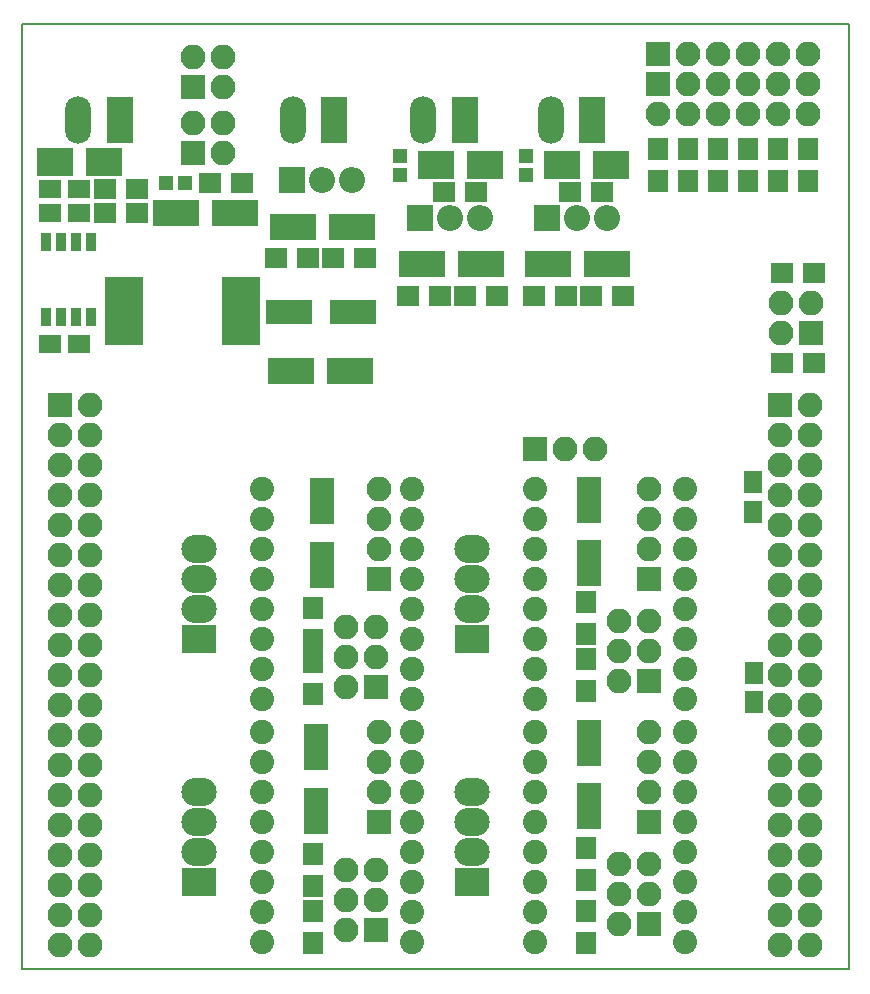
<source format=gbr>
%TF.GenerationSoftware,KiCad,Pcbnew,(2017-04-07 revision 70c961f)-master*%
%TF.CreationDate,2018-03-16T01:23:05+01:00*%
%TF.ProjectId,Nucleololu64,4E75636C656F6C6F6C7536342E6B6963,rev?*%
%TF.FileFunction,Soldermask,Top*%
%TF.FilePolarity,Negative*%
%FSLAX46Y46*%
G04 Gerber Fmt 4.6, Leading zero omitted, Abs format (unit mm)*
G04 Created by KiCad (PCBNEW (2017-04-07 revision 70c961f)-master) date 2018 March 16, Friday 01:23:05*
%MOMM*%
%LPD*%
G01*
G04 APERTURE LIST*
%ADD10C,0.150000*%
%ADD11C,0.200000*%
%ADD12O,2.100000X2.100000*%
%ADD13R,2.100000X2.100000*%
%ADD14C,2.051000*%
%ADD15R,2.200000X2.200000*%
%ADD16O,2.200000X2.200000*%
%ADD17R,3.300000X5.800000*%
%ADD18R,1.700000X1.900000*%
%ADD19R,3.050000X2.430000*%
%ADD20R,1.900000X1.700000*%
%ADD21R,0.908000X1.543000*%
%ADD22R,1.900000X1.650000*%
%ADD23R,3.900000X2.000000*%
%ADD24R,1.650000X1.900000*%
%ADD25R,2.000000X3.900000*%
%ADD26R,3.900000X2.200000*%
%ADD27R,2.200000X4.000000*%
%ADD28O,2.200000X4.000000*%
%ADD29R,1.200000X1.200000*%
%ADD30R,3.000000X2.400000*%
%ADD31O,3.000000X2.400000*%
G04 APERTURE END LIST*
D10*
D11*
X-30000Y-105000D02*
X69970000Y-105000D01*
X69970000Y79895000D02*
X69970000Y-105000D01*
D10*
X-30000Y79895000D02*
X69970000Y79895000D01*
X-30000Y-105000D02*
X-30000Y79895000D01*
D12*
X66548000Y72263000D03*
X66548000Y74803000D03*
X64008000Y72263000D03*
X64008000Y74803000D03*
X61468000Y72263000D03*
X61468000Y74803000D03*
X58928000Y72263000D03*
X58928000Y74803000D03*
X56388000Y72263000D03*
X56388000Y74803000D03*
X53848000Y72263000D03*
D13*
X53848000Y74803000D03*
D12*
X66548000Y77343000D03*
X64008000Y77343000D03*
X61468000Y77343000D03*
X58928000Y77343000D03*
X56388000Y77343000D03*
D13*
X53848000Y77343000D03*
D14*
X43434000Y2159000D03*
X43434000Y4699000D03*
X43434000Y7239000D03*
X43434000Y9779000D03*
X43434000Y12319000D03*
X43434000Y14859000D03*
X43434000Y17399000D03*
X43434000Y19939000D03*
X56134000Y19939000D03*
X56134000Y17399000D03*
X56134000Y14859000D03*
X56134000Y12319000D03*
X56134000Y9779000D03*
X56134000Y7239000D03*
X56134000Y4699000D03*
X56134000Y2159000D03*
X43403000Y22746000D03*
X43403000Y25286000D03*
X43403000Y27826000D03*
X43403000Y30366000D03*
X43403000Y32906000D03*
X43403000Y35446000D03*
X43403000Y37986000D03*
X43403000Y40526000D03*
X56103000Y40526000D03*
X56103000Y37986000D03*
X56103000Y35446000D03*
X56103000Y32906000D03*
X56103000Y30366000D03*
X56103000Y27826000D03*
X56103000Y25286000D03*
X56103000Y22746000D03*
X33020000Y2159000D03*
X33020000Y4699000D03*
X33020000Y7239000D03*
X33020000Y9779000D03*
X33020000Y12319000D03*
X33020000Y14859000D03*
X33020000Y17399000D03*
X33020000Y19939000D03*
X20320000Y19939000D03*
X20320000Y17399000D03*
X20320000Y14859000D03*
X20320000Y12319000D03*
X20320000Y9779000D03*
X20320000Y7239000D03*
X20320000Y4699000D03*
X20320000Y2159000D03*
X20320000Y22733000D03*
X20320000Y25273000D03*
X20320000Y27813000D03*
X20320000Y30353000D03*
X20320000Y32893000D03*
X20320000Y35433000D03*
X20320000Y37973000D03*
X20320000Y40513000D03*
X33020000Y40513000D03*
X33020000Y37973000D03*
X33020000Y35433000D03*
X33020000Y32893000D03*
X33020000Y30353000D03*
X33020000Y27813000D03*
X33020000Y25273000D03*
X33020000Y22733000D03*
D15*
X22860000Y66675000D03*
D16*
X25400000Y66675000D03*
X27940000Y66675000D03*
D17*
X8639000Y55626000D03*
X18539000Y55626000D03*
D15*
X44450000Y63500000D03*
D16*
X46990000Y63500000D03*
X49530000Y63500000D03*
D15*
X33655000Y63500000D03*
D16*
X36195000Y63500000D03*
X38735000Y63500000D03*
D18*
X24638000Y9605000D03*
X24638000Y6905000D03*
D13*
X53086000Y24257000D03*
D12*
X50546000Y24257000D03*
X53086000Y26797000D03*
X50546000Y26797000D03*
X53086000Y29337000D03*
X50546000Y29337000D03*
D13*
X53086000Y32893000D03*
D12*
X53086000Y35433000D03*
X53086000Y37973000D03*
X53086000Y40513000D03*
D19*
X2736000Y68199000D03*
X6916000Y68199000D03*
X49842000Y67945000D03*
X45662000Y67945000D03*
D13*
X53086000Y3683000D03*
D12*
X50546000Y3683000D03*
X53086000Y6223000D03*
X50546000Y6223000D03*
X53086000Y8763000D03*
X50546000Y8763000D03*
D13*
X29972000Y3175000D03*
D12*
X27432000Y3175000D03*
X29972000Y5715000D03*
X27432000Y5715000D03*
X29972000Y8255000D03*
X27432000Y8255000D03*
D13*
X29972000Y23749000D03*
D12*
X27432000Y23749000D03*
X29972000Y26289000D03*
X27432000Y26289000D03*
X29972000Y28829000D03*
X27432000Y28829000D03*
D20*
X64309000Y58801000D03*
X67009000Y58801000D03*
X64309000Y51181000D03*
X67009000Y51181000D03*
X46402000Y65659000D03*
X49102000Y65659000D03*
D18*
X58928000Y66595000D03*
X58928000Y69295000D03*
D20*
X18622000Y66421000D03*
X15922000Y66421000D03*
X9732000Y63881000D03*
X7032000Y63881000D03*
D18*
X61468000Y66595000D03*
X61468000Y69295000D03*
D20*
X7032000Y65913000D03*
X9732000Y65913000D03*
D18*
X56388000Y66595000D03*
X56388000Y69295000D03*
X47752000Y2079000D03*
X47752000Y4779000D03*
D20*
X48180000Y56896000D03*
X50880000Y56896000D03*
X43354000Y56896000D03*
X46054000Y56896000D03*
D18*
X24638000Y30433000D03*
X24638000Y27733000D03*
X66548000Y66595000D03*
X66548000Y69295000D03*
X64008000Y66595000D03*
X64008000Y69295000D03*
X24638000Y2079000D03*
X24638000Y4779000D03*
X24638000Y23161000D03*
X24638000Y25861000D03*
D20*
X35734000Y65659000D03*
X38434000Y65659000D03*
X37512000Y56896000D03*
X40212000Y56896000D03*
D18*
X47752000Y23415000D03*
X47752000Y26115000D03*
X47752000Y30941000D03*
X47752000Y28241000D03*
X47752000Y10113000D03*
X47752000Y7413000D03*
X53848000Y66595000D03*
X53848000Y69295000D03*
D21*
X2032000Y61468000D03*
X3302000Y61468000D03*
X4572000Y61468000D03*
X5842000Y61468000D03*
X5842000Y55118000D03*
X4572000Y55118000D03*
X3302000Y55118000D03*
X2032000Y55118000D03*
D22*
X2306000Y63881000D03*
X4806000Y63881000D03*
X2306000Y65913000D03*
X4806000Y65913000D03*
X2306000Y52832000D03*
X4806000Y52832000D03*
D23*
X22573000Y55499000D03*
X27973000Y55499000D03*
D24*
X61849000Y41128000D03*
X61849000Y38628000D03*
X61976000Y22499000D03*
X61976000Y24999000D03*
D25*
X24892000Y13302000D03*
X24892000Y18702000D03*
X48006000Y34257000D03*
X48006000Y39657000D03*
X25400000Y34130000D03*
X25400000Y39530000D03*
X48006000Y13683000D03*
X48006000Y19083000D03*
D26*
X22773000Y50546000D03*
X27773000Y50546000D03*
X17994000Y63881000D03*
X12994000Y63881000D03*
X44490000Y59563000D03*
X49490000Y59563000D03*
D27*
X8255000Y71755000D03*
D28*
X4755000Y71755000D03*
D13*
X3175000Y47625000D03*
D12*
X5715000Y47625000D03*
X3175000Y45085000D03*
X5715000Y45085000D03*
X3175000Y42545000D03*
X5715000Y42545000D03*
X3175000Y40005000D03*
X5715000Y40005000D03*
X3175000Y37465000D03*
X5715000Y37465000D03*
X3175000Y34925000D03*
X5715000Y34925000D03*
X3175000Y32385000D03*
X5715000Y32385000D03*
X3175000Y29845000D03*
X5715000Y29845000D03*
X3175000Y27305000D03*
X5715000Y27305000D03*
X3175000Y24765000D03*
X5715000Y24765000D03*
X3175000Y22225000D03*
X5715000Y22225000D03*
X3175000Y19685000D03*
X5715000Y19685000D03*
X3175000Y17145000D03*
X5715000Y17145000D03*
X3175000Y14605000D03*
X5715000Y14605000D03*
X3175000Y12065000D03*
X5715000Y12065000D03*
X3175000Y9525000D03*
X5715000Y9525000D03*
X3175000Y6985000D03*
X5715000Y6985000D03*
X3175000Y4445000D03*
X5715000Y4445000D03*
X3175000Y1905000D03*
X5715000Y1905000D03*
D13*
X64135000Y47625000D03*
D12*
X66675000Y47625000D03*
X64135000Y45085000D03*
X66675000Y45085000D03*
X64135000Y42545000D03*
X66675000Y42545000D03*
X64135000Y40005000D03*
X66675000Y40005000D03*
X64135000Y37465000D03*
X66675000Y37465000D03*
X64135000Y34925000D03*
X66675000Y34925000D03*
X64135000Y32385000D03*
X66675000Y32385000D03*
X64135000Y29845000D03*
X66675000Y29845000D03*
X64135000Y27305000D03*
X66675000Y27305000D03*
X64135000Y24765000D03*
X66675000Y24765000D03*
X64135000Y22225000D03*
X66675000Y22225000D03*
X64135000Y19685000D03*
X66675000Y19685000D03*
X64135000Y17145000D03*
X66675000Y17145000D03*
X64135000Y14605000D03*
X66675000Y14605000D03*
X64135000Y12065000D03*
X66675000Y12065000D03*
X64135000Y9525000D03*
X66675000Y9525000D03*
X64135000Y6985000D03*
X66675000Y6985000D03*
X64135000Y4445000D03*
X66675000Y4445000D03*
X64135000Y1905000D03*
X66675000Y1905000D03*
D13*
X14478000Y74549000D03*
D12*
X14478000Y77089000D03*
X17018000Y74549000D03*
X17018000Y77089000D03*
D13*
X53086000Y12319000D03*
D12*
X53086000Y14859000D03*
X53086000Y17399000D03*
X53086000Y19939000D03*
D19*
X39174000Y67945000D03*
X34994000Y67945000D03*
D20*
X35386000Y56896000D03*
X32686000Y56896000D03*
D29*
X12154000Y66421000D03*
X13754000Y66421000D03*
X42672000Y68745000D03*
X42672000Y67145000D03*
D26*
X33822000Y59563000D03*
X38822000Y59563000D03*
D29*
X32004000Y67145000D03*
X32004000Y68745000D03*
D26*
X27900000Y62738000D03*
X22900000Y62738000D03*
D12*
X48514000Y43942000D03*
X45974000Y43942000D03*
D13*
X43434000Y43942000D03*
X14478000Y68961000D03*
D12*
X14478000Y71501000D03*
X17018000Y68961000D03*
X17018000Y71501000D03*
X64262000Y56261000D03*
X66802000Y56261000D03*
X64262000Y53721000D03*
D13*
X66802000Y53721000D03*
D30*
X38100000Y27813000D03*
D31*
X38100000Y30353000D03*
X38100000Y32893000D03*
X38100000Y35433000D03*
X38100000Y14859000D03*
X38100000Y12319000D03*
X38100000Y9779000D03*
D30*
X38100000Y7239000D03*
D13*
X30226000Y12319000D03*
D12*
X30226000Y14859000D03*
X30226000Y17399000D03*
X30226000Y19939000D03*
X30226000Y40513000D03*
X30226000Y37973000D03*
X30226000Y35433000D03*
D13*
X30226000Y32893000D03*
D28*
X44760000Y71755000D03*
D27*
X48260000Y71755000D03*
X37465000Y71755000D03*
D28*
X33965000Y71755000D03*
D31*
X14986000Y14859000D03*
X14986000Y12319000D03*
X14986000Y9779000D03*
D30*
X14986000Y7239000D03*
X14986000Y27813000D03*
D31*
X14986000Y30353000D03*
X14986000Y32893000D03*
X14986000Y35433000D03*
D28*
X22916000Y71755000D03*
D27*
X26416000Y71755000D03*
D20*
X29036000Y60071000D03*
X26336000Y60071000D03*
X24210000Y60071000D03*
X21510000Y60071000D03*
M02*

</source>
